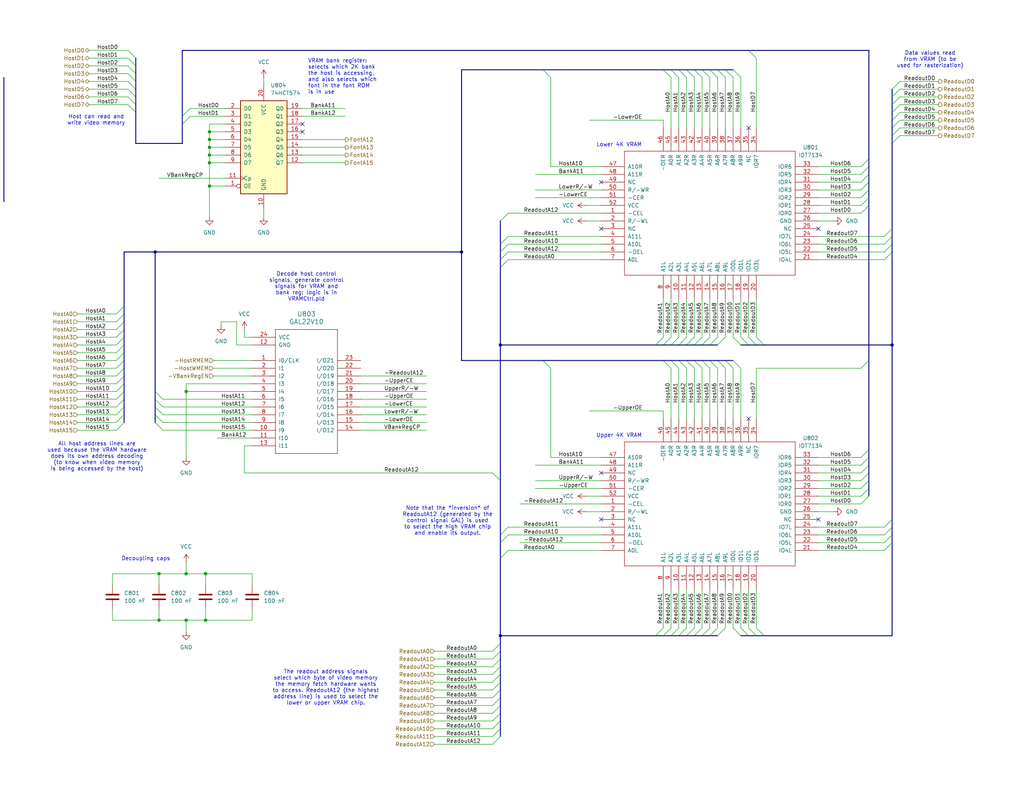
<source format=kicad_sch>
(kicad_sch (version 20231120) (generator "eeschema") (generator_version "8.0")
  (paper "User" 335.28 259.08)
  (title_block (title "VRAM") (company "daveho hacks"))
  (lib_symbols
    (symbol "74xx:74LS574" (pin_names (offset 1.016))
      (property "Reference" "U" (at -7.62 16.51 0))
      (property "Value" "74LS574" (at -7.62 -16.51 0))
      (symbol "74LS574_1_0"
        (pin input inverted (at -12.7 -12.7 0) (length 5.08) (name "OE") (number "1"))
        (pin power_in line (at 0 -20.32 90) (length 5.08) (name "GND") (number "10"))
        (pin input clock (at -12.7 -10.16 0) (length 5.08) (name "Cp") (number "11"))
        (pin tri_state line (at 12.7 -5.08 180) (length 5.08) (name "Q7") (number "12"))
        (pin tri_state line (at 12.7 -2.54 180) (length 5.08) (name "Q6") (number "13"))
        (pin tri_state line (at 12.7 0 180) (length 5.08) (name "Q5") (number "14"))
        (pin tri_state line (at 12.7 2.54 180) (length 5.08) (name "Q4") (number "15"))
        (pin tri_state line (at 12.7 5.08 180) (length 5.08) (name "Q3") (number "16"))
        (pin tri_state line (at 12.7 7.62 180) (length 5.08) (name "Q2") (number "17"))
        (pin tri_state line (at 12.7 10.16 180) (length 5.08) (name "Q1") (number "18"))
        (pin tri_state line (at 12.7 12.7 180) (length 5.08) (name "Q0") (number "19"))
        (pin input line (at -12.7 12.7 0) (length 5.08) (name "D0") (number "2"))
        (pin power_in line (at 0 20.32 270) (length 5.08) (name "VCC") (number "20"))
        (pin input line (at -12.7 10.16 0) (length 5.08) (name "D1") (number "3"))
        (pin input line (at -12.7 7.62 0) (length 5.08) (name "D2") (number "4"))
        (pin input line (at -12.7 5.08 0) (length 5.08) (name "D3") (number "5"))
        (pin input line (at -12.7 2.54 0) (length 5.08) (name "D4") (number "6"))
        (pin input line (at -12.7 0 0) (length 5.08) (name "D5") (number "7"))
        (pin input line (at -12.7 -2.54 0) (length 5.08) (name "D6") (number "8"))
        (pin input line (at -12.7 -5.08 0) (length 5.08) (name "D7") (number "9"))
      )
    )
    (symbol "Device:C" (pin_numbers hide) (pin_names (offset 0.254))
      (property "Reference" "C" (at 0.635 2.54 0))
      (property "Value" "C" (at 0.635 -2.54 0))
      (symbol "C_1_1"
        (pin passive line (at 0 3.81 270) (length 2.794) (name "~") (number "1"))
        (pin passive line (at 0 -3.81 90) (length 2.794) (name "~") (number "2"))
      )
    )
    (symbol "GND_1" (power) (pin_numbers hide) (pin_names (offset 0) hide)
      (property "Value" "GND" (at 0 -3.81 0))
      (symbol "GND_1_1_1"
        (pin power_in line (at 0 0 270) (length 0) (name "~") (number "1"))
      )
    )
    (symbol "IDT7134:IDT7134" (pin_names (offset 1.016))
      (property "Reference" "U" (at 0 -2.54 0))
      (property "Value" "IDT7134" (at 0 2.54 0))
      (symbol "IDT7134_1_1"
        (pin input line (at -35.56 0 0) (length 7.62) (name "-CEL") (number "1"))
        (pin input line (at -10.16 -27.94 90) (length 7.62) (name "A3L") (number "10"))
        (pin input line (at -7.62 -27.94 90) (length 7.62) (name "A4L") (number "11"))
        (pin input line (at -5.08 -27.94 90) (length 7.62) (name "A5L") (number "12"))
        (pin input line (at -2.54 -27.94 90) (length 7.62) (name "A6L") (number "13"))
        (pin input line (at 0 -27.94 90) (length 7.62) (name "A7L") (number "14"))
        (pin input line (at 2.54 -27.94 90) (length 7.62) (name "A8L") (number "15"))
        (pin input line (at 5.08 -27.94 90) (length 7.62) (name "A9L") (number "16"))
        (pin bidirectional line (at 7.62 -27.94 90) (length 7.62) (name "IO0L") (number "17"))
        (pin bidirectional line (at 10.16 -27.94 90) (length 7.62) (name "IO1L") (number "18"))
        (pin bidirectional line (at 12.7 -27.94 90) (length 7.62) (name "IO2L") (number "19"))
        (pin input line (at -35.56 -2.54 0) (length 7.62) (name "R/-WL") (number "2"))
        (pin bidirectional line (at 15.24 -27.94 90) (length 7.62) (name "IO3L") (number "20"))
        (pin bidirectional line (at 35.56 -15.24 180) (length 7.62) (name "IO4L") (number "21"))
        (pin bidirectional line (at 35.56 -12.7 180) (length 7.62) (name "IO5L") (number "22"))
        (pin bidirectional line (at 35.56 -10.16 180) (length 7.62) (name "IO6L") (number "23"))
        (pin bidirectional line (at 35.56 -7.62 180) (length 7.62) (name "IO7L") (number "24"))
        (pin unspecified line (at 35.56 -5.08 180) (length 7.62) (name "NC") (number "25"))
        (pin power_in line (at 35.56 -2.54 180) (length 7.62) (name "GND") (number "26"))
        (pin bidirectional line (at 35.56 0 180) (length 7.62) (name "IOR0") (number "27"))
        (pin bidirectional line (at 35.56 2.54 180) (length 7.62) (name "IOR1") (number "28"))
        (pin bidirectional line (at 35.56 5.08 180) (length 7.62) (name "IOR2") (number "29"))
        (pin unspecified line (at -35.56 -5.08 0) (length 7.62) (name "NC") (number "3"))
        (pin bidirectional line (at 35.56 7.62 180) (length 7.62) (name "IOR3") (number "30"))
        (pin bidirectional line (at 35.56 10.16 180) (length 7.62) (name "IOR4") (number "31"))
        (pin bidirectional line (at 35.56 12.7 180) (length 7.62) (name "IOR5") (number "32"))
        (pin bidirectional line (at 35.56 15.24 180) (length 7.62) (name "IOR6") (number "33"))
        (pin bidirectional line (at 15.24 27.94 270) (length 7.62) (name "IOR7") (number "34"))
        (pin unspecified line (at 12.7 27.94 270) (length 7.62) (name "NC") (number "35"))
        (pin input line (at 10.16 27.94 270) (length 7.62) (name "A9R") (number "36"))
        (pin input line (at 7.62 27.94 270) (length 7.62) (name "A8R") (number "37"))
        (pin input line (at 5.08 27.94 270) (length 7.62) (name "A7R") (number "38"))
        (pin input line (at 2.54 27.94 270) (length 7.62) (name "A6R") (number "39"))
        (pin input line (at -35.56 -7.62 0) (length 7.62) (name "A11L") (number "4"))
        (pin input line (at 0 27.94 270) (length 7.62) (name "A5R") (number "40"))
        (pin input line (at -2.54 27.94 270) (length 7.62) (name "A4R") (number "41"))
        (pin input line (at -5.08 27.94 270) (length 7.62) (name "A3R") (number "42"))
        (pin input line (at -7.62 27.94 270) (length 7.62) (name "A2R") (number "43"))
        (pin input line (at -10.16 27.94 270) (length 7.62) (name "A1R") (number "44"))
        (pin input line (at -12.7 27.94 270) (length 7.62) (name "A0R") (number "45"))
        (pin input line (at -15.24 27.94 270) (length 7.62) (name "-OER") (number "46"))
        (pin input line (at -35.56 15.24 0) (length 7.62) (name "A10R") (number "47"))
        (pin input line (at -35.56 12.7 0) (length 7.62) (name "A11R") (number "48"))
        (pin unspecified line (at -35.56 10.16 0) (length 7.62) (name "NC") (number "49"))
        (pin input line (at -35.56 -10.16 0) (length 7.62) (name "A10L") (number "5"))
        (pin input line (at -35.56 7.62 0) (length 7.62) (name "R/-WR") (number "50"))
        (pin input line (at -35.56 5.08 0) (length 7.62) (name "-CER") (number "51"))
        (pin power_in line (at -35.56 2.54 0) (length 7.62) (name "VCC") (number "52"))
        (pin input line (at -35.56 -12.7 0) (length 7.62) (name "-OEL") (number "6"))
        (pin input line (at -35.56 -15.24 0) (length 7.62) (name "A0L") (number "7"))
        (pin input line (at -15.24 -27.94 90) (length 7.62) (name "A1L") (number "8"))
        (pin input line (at -12.7 -27.94 90) (length 7.62) (name "A2L") (number "9"))
      )
    )
    (symbol "VCC_1" (power) (pin_numbers hide) (pin_names (offset 0) hide)
      (property "Value" "VCC" (at 0 3.556 0))
      (symbol "VCC_1_1_1"
        (pin power_in line (at 0 0 90) (length 0) (name "~") (number "1"))
      )
    )
    (symbol "power:GND" (power) (pin_numbers hide) (pin_names (offset 0) hide)
      (property "Value" "GND" (at 0 -3.81 0))
      (symbol "GND_1_1"
        (pin power_in line (at 0 0 270) (length 0) (name "~") (number "1"))
      )
    )
    (symbol "power:VCC" (power) (pin_numbers hide) (pin_names (offset 0) hide)
      (property "Value" "VCC" (at 0 3.556 0))
      (symbol "VCC_1_1"
        (pin power_in line (at 0 0 90) (length 0) (name "~") (number "1"))
      )
    )
    (symbol "ya68k:GAL22V10" (pin_names (offset 1.016))
      (property "Reference" "U" (at -1.27 20.32 0))
      (property "Value" "GAL22V10" (at 0 -24.13 0))
      (symbol "GAL22V10_1_1"
        (pin input line (at -17.78 8.89 0) (length 7.62) (name "I0/CLK") (number "1"))
        (pin input line (at -17.78 -13.97 0) (length 7.62) (name "I9") (number "10"))
        (pin input line (at -17.78 -16.51 0) (length 7.62) (name "I10") (number "11"))
        (pin power_in line (at -17.78 13.97 0) (length 7.62) (name "GND") (number "12"))
        (pin input line (at -17.78 -19.05 0) (length 7.62) (name "I11") (number "13"))
        (pin bidirectional line (at 17.78 -13.97 180) (length 7.62) (name "I/O12") (number "14"))
        (pin bidirectional line (at 17.78 -11.43 180) (length 7.62) (name "I/O13") (number "15"))
        (pin bidirectional line (at 17.78 -8.89 180) (length 7.62) (name "I/O14") (number "16"))
        (pin bidirectional line (at 17.78 -6.35 180) (length 7.62) (name "I/O15") (number "17"))
        (pin bidirectional line (at 17.78 -3.81 180) (length 7.62) (name "I/O16") (number "18"))
        (pin bidirectional line (at 17.78 -1.27 180) (length 7.62) (name "I/O17") (number "19"))
        (pin input line (at -17.78 6.35 0) (length 7.62) (name "I1") (number "2"))
        (pin bidirectional line (at 17.78 1.27 180) (length 7.62) (name "I/O18") (number "20"))
        (pin bidirectional line (at 17.78 3.81 180) (length 7.62) (name "I/O19") (number "21"))
        (pin bidirectional line (at 17.78 6.35 180) (length 7.62) (name "I/O20") (number "22"))
        (pin bidirectional line (at 17.78 8.89 180) (length 7.62) (name "I/O21") (number "23"))
        (pin power_in line (at -17.78 16.51 0) (length 7.62) (name "VCC") (number "24"))
        (pin input line (at -17.78 3.81 0) (length 7.62) (name "I2") (number "3"))
        (pin input line (at -17.78 1.27 0) (length 7.62) (name "I3") (number "4"))
        (pin input line (at -17.78 -1.27 0) (length 7.62) (name "I4") (number "5"))
        (pin input line (at -17.78 -3.81 0) (length 7.62) (name "I5") (number "6"))
        (pin input line (at -17.78 -6.35 0) (length 7.62) (name "I6") (number "7"))
        (pin input line (at -17.78 -8.89 0) (length 7.62) (name "I7") (number "8"))
        (pin input line (at -17.78 -11.43 0) (length 7.62) (name "I8") (number "9"))
      )
    )
  )
  (junction (at 52.07 203.2))
  (junction (at 68.58 53.34))
  (junction (at 52.07 187.96))
  (junction (at 68.58 48.26))
  (junction (at 67.31 203.2))
  (junction (at 60.96 128.27))
  (junction (at 60.96 203.2))
  (junction (at 163.83 208.28))
  (junction (at 151.13 82.55))
  (junction (at 68.58 60.96))
  (junction (at 50.8 82.55))
  (junction (at 68.58 50.8))
  (junction (at 68.58 43.18))
  (junction (at 60.96 187.96))
  (junction (at 292.1 113.03))
  (junction (at 68.58 45.72))
  (junction (at 163.83 113.03))
  (junction (at 67.31 187.96))
  (no_connect (at 196.85 170.18))
  (no_connect (at 267.97 170.18))
  (no_connect (at 99.06 40.64))
  (no_connect (at 245.11 41.91))
  (no_connect (at 99.06 43.18))
  (no_connect (at 196.85 74.93))
  (no_connect (at 245.11 137.16))
  (no_connect (at 196.85 154.94))
  (no_connect (at 196.85 59.69))
  (no_connect (at 267.97 74.93))
  (bus_entry (at 50.8 133.35) (size 2.54 2.54))
  (bus_entry (at 229.87 208.28) (size 2.54 -2.54))
  (bus_entry (at 234.95 22.86) (size 2.54 2.54))
  (bus_entry (at 281.94 157.48) (size 2.54 -2.54))
  (bus_entry (at 38.1 133.35) (size 2.54 -2.54))
  (bus_entry (at 237.49 22.86) (size 2.54 2.54))
  (bus_entry (at 163.83 182.88) (size 2.54 -2.54))
  (bus_entry (at 237.49 118.11) (size 2.54 2.54))
  (bus_entry (at 292.1 36.83) (size 2.54 -2.54))
  (bus_entry (at 217.17 118.11) (size 2.54 2.54))
  (bus_entry (at 163.83 87.63) (size 2.54 -2.54))
  (bus_entry (at 217.17 22.86) (size 2.54 2.54))
  (bus_entry (at 161.29 213.36) (size 2.54 -2.54))
  (bus_entry (at 163.83 82.55) (size 2.54 -2.54))
  (bus_entry (at 289.56 177.8) (size 2.54 -2.54))
  (bus_entry (at 38.1 107.95) (size 2.54 -2.54))
  (bus_entry (at 161.29 233.68) (size 2.54 -2.54))
  (bus_entry (at 245.11 110.49) (size 2.54 2.54))
  (bus_entry (at 50.8 138.43) (size 2.54 2.54))
  (bus_entry (at 292.1 46.99) (size 2.54 -2.54))
  (bus_entry (at 59.69 40.64) (size 2.54 -2.54))
  (bus_entry (at 292.1 34.29) (size 2.54 -2.54))
  (bus_entry (at 224.79 118.11) (size 2.54 2.54))
  (bus_entry (at 292.1 44.45) (size 2.54 -2.54))
  (bus_entry (at 281.94 154.94) (size 2.54 -2.54))
  (bus_entry (at 229.87 113.03) (size 2.54 -2.54))
  (bus_entry (at 289.56 172.72) (size 2.54 -2.54))
  (bus_entry (at 227.33 22.86) (size 2.54 2.54))
  (bus_entry (at 281.94 69.85) (size 2.54 -2.54))
  (bus_entry (at 219.71 113.03) (size 2.54 -2.54))
  (bus_entry (at 214.63 208.28) (size 2.54 -2.54))
  (bus_entry (at 227.33 208.28) (size 2.54 -2.54))
  (bus_entry (at 50.8 130.81) (size 2.54 2.54))
  (bus_entry (at 222.25 113.03) (size 2.54 -2.54))
  (bus_entry (at 38.1 138.43) (size 2.54 -2.54))
  (bus_entry (at 281.94 152.4) (size 2.54 -2.54))
  (bus_entry (at 38.1 113.03) (size 2.54 -2.54))
  (bus_entry (at 38.1 105.41) (size 2.54 -2.54))
  (bus_entry (at 38.1 128.27) (size 2.54 -2.54))
  (bus_entry (at 161.29 238.76) (size 2.54 -2.54))
  (bus_entry (at 222.25 118.11) (size 2.54 2.54))
  (bus_entry (at 281.94 149.86) (size 2.54 -2.54))
  (bus_entry (at 229.87 22.86) (size 2.54 2.54))
  (bus_entry (at 281.94 62.23) (size 2.54 -2.54))
  (bus_entry (at 217.17 113.03) (size 2.54 -2.54))
  (bus_entry (at 163.83 80.01) (size 2.54 -2.54))
  (bus_entry (at 161.29 231.14) (size 2.54 -2.54))
  (bus_entry (at 38.1 110.49) (size 2.54 -2.54))
  (bus_entry (at 161.29 223.52) (size 2.54 -2.54))
  (bus_entry (at 292.1 41.91) (size 2.54 -2.54))
  (bus_entry (at 232.41 113.03) (size 2.54 -2.54))
  (bus_entry (at 247.65 110.49) (size 2.54 2.54))
  (bus_entry (at 289.56 180.34) (size 2.54 -2.54))
  (bus_entry (at 289.56 85.09) (size 2.54 -2.54))
  (bus_entry (at 224.79 113.03) (size 2.54 -2.54))
  (bus_entry (at 234.95 208.28) (size 2.54 -2.54))
  (bus_entry (at 292.1 31.75) (size 2.54 -2.54))
  (bus_entry (at 232.41 118.11) (size 2.54 2.54))
  (bus_entry (at 41.91 24.13) (size 2.54 2.54))
  (bus_entry (at 240.03 22.86) (size 2.54 2.54))
  (bus_entry (at 50.8 135.89) (size 2.54 2.54))
  (bus_entry (at 222.25 208.28) (size 2.54 -2.54))
  (bus_entry (at 177.8 22.86) (size 2.54 2.54))
  (bus_entry (at 161.29 243.84) (size 2.54 -2.54))
  (bus_entry (at 245.11 16.51) (size 2.54 2.54))
  (bus_entry (at 41.91 31.75) (size 2.54 2.54))
  (bus_entry (at 161.29 154.94) (size 2.54 2.54))
  (bus_entry (at 247.65 205.74) (size 2.54 2.54))
  (bus_entry (at 289.56 175.26) (size 2.54 -2.54))
  (bus_entry (at 161.29 241.3) (size 2.54 -2.54))
  (bus_entry (at 41.91 29.21) (size 2.54 2.54))
  (bus_entry (at 38.1 118.11) (size 2.54 -2.54))
  (bus_entry (at 38.1 135.89) (size 2.54 -2.54))
  (bus_entry (at 234.95 118.11) (size 2.54 2.54))
  (bus_entry (at 163.83 85.09) (size 2.54 -2.54))
  (bus_entry (at 242.57 205.74) (size 2.54 2.54))
  (bus_entry (at 232.41 208.28) (size 2.54 -2.54))
  (bus_entry (at 219.71 118.11) (size 2.54 2.54))
  (bus_entry (at 41.91 34.29) (size 2.54 2.54))
  (bus_entry (at 240.03 118.11) (size 2.54 2.54))
  (bus_entry (at 41.91 21.59) (size 2.54 2.54))
  (bus_entry (at 281.94 162.56) (size 2.54 -2.54))
  (bus_entry (at 224.79 22.86) (size 2.54 2.54))
  (bus_entry (at 240.03 110.49) (size 2.54 2.54))
  (bus_entry (at 227.33 118.11) (size 2.54 2.54))
  (bus_entry (at 41.91 26.67) (size 2.54 2.54))
  (bus_entry (at 38.1 115.57) (size 2.54 -2.54))
  (bus_entry (at 281.94 67.31) (size 2.54 -2.54))
  (bus_entry (at 214.63 113.03) (size 2.54 -2.54))
  (bus_entry (at 229.87 118.11) (size 2.54 2.54))
  (bus_entry (at 289.56 80.01) (size 2.54 -2.54))
  (bus_entry (at 38.1 125.73) (size 2.54 -2.54))
  (bus_entry (at 292.1 39.37) (size 2.54 -2.54))
  (bus_entry (at 177.8 118.11) (size 2.54 2.54))
  (bus_entry (at 224.79 208.28) (size 2.54 -2.54))
  (bus_entry (at 38.1 140.97) (size 2.54 -2.54))
  (bus_entry (at 281.94 160.02) (size 2.54 -2.54))
  (bus_entry (at 163.83 177.8) (size 2.54 -2.54))
  (bus_entry (at 161.29 226.06) (size 2.54 -2.54))
  (bus_entry (at 281.94 57.15) (size 2.54 -2.54))
  (bus_entry (at 289.56 77.47) (size 2.54 -2.54))
  (bus_entry (at 38.1 120.65) (size 2.54 -2.54))
  (bus_entry (at 234.95 113.03) (size 2.54 -2.54))
  (bus_entry (at 219.71 22.86) (size 2.54 2.54))
  (bus_entry (at 161.29 236.22) (size 2.54 -2.54))
  (bus_entry (at 289.56 82.55) (size 2.54 -2.54))
  (bus_entry (at 281.94 54.61) (size 2.54 -2.54))
  (bus_entry (at 281.94 59.69) (size 2.54 -2.54))
  (bus_entry (at 240.03 205.74) (size 2.54 2.54))
  (bus_entry (at 161.29 215.9) (size 2.54 -2.54))
  (bus_entry (at 38.1 130.81) (size 2.54 -2.54))
  (bus_entry (at 227.33 113.03) (size 2.54 -2.54))
  (bus_entry (at 219.71 208.28) (size 2.54 -2.54))
  (bus_entry (at 163.83 72.39) (size 2.54 -2.54))
  (bus_entry (at 163.83 175.26) (size 2.54 -2.54))
  (bus_entry (at 161.29 220.98) (size 2.54 -2.54))
  (bus_entry (at 38.1 123.19) (size 2.54 -2.54))
  (bus_entry (at 217.17 208.28) (size 2.54 -2.54))
  (bus_entry (at 245.11 205.74) (size 2.54 2.54))
  (bus_entry (at 281.94 64.77) (size 2.54 -2.54))
  (bus_entry (at 242.57 110.49) (size 2.54 2.54))
  (bus_entry (at 232.41 22.86) (size 2.54 2.54))
  (bus_entry (at 161.29 218.44) (size 2.54 -2.54))
  (bus_entry (at 281.94 120.65) (size 2.54 -2.54))
  (bus_entry (at 50.8 128.27) (size 2.54 2.54))
  (bus_entry (at 161.29 228.6) (size 2.54 -2.54))
  (bus_entry (at 59.69 38.1) (size 2.54 -2.54))
  (bus_entry (at 281.94 165.1) (size 2.54 -2.54))
  (bus_entry (at 38.1 102.87) (size 2.54 -2.54))
  (bus_entry (at 222.25 22.86) (size 2.54 2.54))
  (bus_entry (at 41.91 19.05) (size 2.54 2.54))
  (bus_entry (at 292.1 29.21) (size 2.54 -2.54))
  (bus_entry (at 41.91 16.51) (size 2.54 2.54))
  (bus (pts (xy 163.83 236.22) (xy 163.83 238.76)))
  (wire (pts (xy 52.07 187.96) (xy 60.96 187.96)))
  (wire (pts (xy 237.49 137.16) (xy 237.49 120.65)))
  (wire (pts (xy 247.65 205.74) (xy 247.65 193.04)))
  (bus (pts (xy 250.19 113.03) (xy 292.1 113.03)))
  (wire (pts (xy 237.49 41.91) (xy 237.49 25.4)))
  (bus (pts (xy 40.64 135.89) (xy 40.64 133.35)))
  (bus (pts (xy 284.48 54.61) (xy 284.48 57.15)))
  (wire (pts (xy 267.97 172.72) (xy 289.56 172.72)))
  (wire (pts (xy 60.96 184.15) (xy 60.96 187.96)))
  (wire (pts (xy 219.71 205.74) (xy 219.71 193.04)))
  (wire (pts (xy 142.24 243.84) (xy 161.29 243.84)))
  (wire (pts (xy 240.03 205.74) (xy 240.03 193.04)))
  (wire (pts (xy 267.97 162.56) (xy 281.94 162.56)))
  (bus (pts (xy 284.48 16.51) (xy 284.48 52.07)))
  (bus (pts (xy 219.71 208.28) (xy 222.25 208.28)))
  (bus (pts (xy 284.48 157.48) (xy 284.48 160.02)))
  (wire (pts (xy 267.97 177.8) (xy 289.56 177.8)))
  (bus (pts (xy 40.64 110.49) (xy 40.64 107.95)))
  (wire (pts (xy 80.01 107.95) (xy 80.01 110.49)))
  (bus (pts (xy 292.1 41.91) (xy 292.1 44.45)))
  (wire (pts (xy 86.36 68.58) (xy 86.36 71.12)))
  (wire (pts (xy 142.24 220.98) (xy 161.29 220.98)))
  (bus (pts (xy 232.41 113.03) (xy 234.95 113.03)))
  (wire (pts (xy 224.79 110.49) (xy 224.79 97.79)))
  (wire (pts (xy 142.24 226.06) (xy 161.29 226.06)))
  (wire (pts (xy 60.96 203.2) (xy 60.96 207.01)))
  (wire (pts (xy 267.97 149.86) (xy 281.94 149.86)))
  (wire (pts (xy 52.07 187.96) (xy 52.07 191.77)))
  (wire (pts (xy 267.97 69.85) (xy 281.94 69.85)))
  (wire (pts (xy 217.17 205.74) (xy 217.17 193.04)))
  (wire (pts (xy 175.26 62.23) (xy 196.85 62.23)))
  (bus (pts (xy 163.83 220.98) (xy 163.83 223.52)))
  (wire (pts (xy 68.58 40.64) (xy 68.58 43.18)))
  (wire (pts (xy 142.24 238.76) (xy 161.29 238.76)))
  (wire (pts (xy 86.36 25.4) (xy 86.36 27.94)))
  (bus (pts (xy 44.45 26.67) (xy 44.45 29.21)))
  (wire (pts (xy 25.4 120.65) (xy 38.1 120.65)))
  (wire (pts (xy 234.95 137.16) (xy 234.95 120.65)))
  (wire (pts (xy 80.01 154.94) (xy 161.29 154.94)))
  (wire (pts (xy 25.4 130.81) (xy 38.1 130.81)))
  (wire (pts (xy 229.87 205.74) (xy 229.87 193.04)))
  (wire (pts (xy 118.11 130.81) (xy 139.7 130.81)))
  (bus (pts (xy 163.83 213.36) (xy 163.83 215.9)))
  (bus (pts (xy 44.45 46.99) (xy 59.69 46.99)))
  (bus (pts (xy 40.64 100.33) (xy 40.64 82.55)))
  (bus (pts (xy 232.41 118.11) (xy 234.95 118.11)))
  (bus (pts (xy 227.33 208.28) (xy 229.87 208.28)))
  (wire (pts (xy 222.25 41.91) (xy 222.25 25.4)))
  (bus (pts (xy 284.48 52.07) (xy 284.48 54.61)))
  (wire (pts (xy 166.37 77.47) (xy 196.85 77.47)))
  (wire (pts (xy 25.4 113.03) (xy 38.1 113.03)))
  (bus (pts (xy 245.11 113.03) (xy 247.65 113.03)))
  (wire (pts (xy 224.79 41.91) (xy 224.79 25.4)))
  (bus (pts (xy 163.83 85.09) (xy 163.83 87.63)))
  (wire (pts (xy 25.4 123.19) (xy 38.1 123.19)))
  (wire (pts (xy 219.71 41.91) (xy 219.71 25.4)))
  (bus (pts (xy 163.83 228.6) (xy 163.83 231.14)))
  (bus (pts (xy 59.69 16.51) (xy 245.11 16.51)))
  (wire (pts (xy 294.64 29.21) (xy 307.34 29.21)))
  (wire (pts (xy 118.11 123.19) (xy 139.7 123.19)))
  (wire (pts (xy 267.97 80.01) (xy 289.56 80.01)))
  (bus (pts (xy 40.64 123.19) (xy 40.64 120.65)))
  (bus (pts (xy 292.1 82.55) (xy 292.1 113.03)))
  (wire (pts (xy 175.26 157.48) (xy 196.85 157.48)))
  (bus (pts (xy 292.1 39.37) (xy 292.1 41.91)))
  (wire (pts (xy 222.25 110.49) (xy 222.25 97.79)))
  (wire (pts (xy 25.4 135.89) (xy 38.1 135.89)))
  (wire (pts (xy 68.58 45.72) (xy 73.66 45.72)))
  (wire (pts (xy 29.21 31.75) (xy 41.91 31.75)))
  (bus (pts (xy 292.1 36.83) (xy 292.1 39.37)))
  (bus (pts (xy 163.83 238.76) (xy 163.83 241.3)))
  (wire (pts (xy 267.97 59.69) (xy 281.94 59.69)))
  (wire (pts (xy 82.55 203.2) (xy 82.55 199.39)))
  (wire (pts (xy 118.11 135.89) (xy 139.7 135.89)))
  (wire (pts (xy 191.77 167.64) (xy 196.85 167.64)))
  (wire (pts (xy 29.21 29.21) (xy 41.91 29.21)))
  (wire (pts (xy 180.34 149.86) (xy 196.85 149.86)))
  (bus (pts (xy 292.1 31.75) (xy 292.1 34.29)))
  (wire (pts (xy 25.4 140.97) (xy 38.1 140.97)))
  (wire (pts (xy 232.41 205.74) (xy 232.41 193.04)))
  (wire (pts (xy 222.25 137.16) (xy 222.25 120.65)))
  (bus (pts (xy 151.13 22.86) (xy 177.8 22.86)))
  (bus (pts (xy 232.41 22.86) (xy 234.95 22.86)))
  (wire (pts (xy 240.03 41.91) (xy 240.03 25.4)))
  (wire (pts (xy 180.34 120.65) (xy 180.34 149.86)))
  (bus (pts (xy 163.83 113.03) (xy 163.83 157.48)))
  (wire (pts (xy 142.24 231.14) (xy 161.29 231.14)))
  (bus (pts (xy 50.8 130.81) (xy 50.8 133.35)))
  (wire (pts (xy 237.49 110.49) (xy 237.49 97.79)))
  (bus (pts (xy 50.8 128.27) (xy 50.8 130.81)))
  (wire (pts (xy 142.24 223.52) (xy 161.29 223.52)))
  (wire (pts (xy 25.4 102.87) (xy 38.1 102.87)))
  (wire (pts (xy 180.34 25.4) (xy 180.34 54.61)))
  (wire (pts (xy 142.24 233.68) (xy 161.29 233.68)))
  (bus (pts (xy 227.33 118.11) (xy 229.87 118.11)))
  (bus (pts (xy 44.45 19.05) (xy 44.45 21.59)))
  (bus (pts (xy 284.48 152.4) (xy 284.48 154.94)))
  (wire (pts (xy 224.79 205.74) (xy 224.79 193.04)))
  (wire (pts (xy 142.24 215.9) (xy 161.29 215.9)))
  (wire (pts (xy 267.97 57.15) (xy 281.94 57.15)))
  (bus (pts (xy 59.69 40.64) (xy 59.69 46.99)))
  (wire (pts (xy 294.64 44.45) (xy 307.34 44.45)))
  (wire (pts (xy 29.21 34.29) (xy 41.91 34.29)))
  (wire (pts (xy 267.97 167.64) (xy 273.05 167.64)))
  (bus (pts (xy 222.25 22.86) (xy 224.79 22.86)))
  (bus (pts (xy 44.45 21.59) (xy 44.45 24.13)))
  (wire (pts (xy 267.97 62.23) (xy 281.94 62.23)))
  (bus (pts (xy 222.25 118.11) (xy 224.79 118.11)))
  (bus (pts (xy 40.64 125.73) (xy 40.64 123.19)))
  (wire (pts (xy 99.06 50.8) (xy 113.03 50.8)))
  (wire (pts (xy 77.47 113.03) (xy 82.55 113.03)))
  (wire (pts (xy 62.23 35.56) (xy 73.66 35.56)))
  (bus (pts (xy 44.45 31.75) (xy 44.45 34.29)))
  (wire (pts (xy 240.03 137.16) (xy 240.03 120.65)))
  (bus (pts (xy 40.64 133.35) (xy 40.64 130.81)))
  (wire (pts (xy 99.06 53.34) (xy 113.03 53.34)))
  (bus (pts (xy 224.79 118.11) (xy 227.33 118.11)))
  (wire (pts (xy 68.58 60.96) (xy 68.58 71.12)))
  (bus (pts (xy 284.48 59.69) (xy 284.48 62.23)))
  (bus (pts (xy 250.19 208.28) (xy 292.1 208.28)))
  (wire (pts (xy 191.77 162.56) (xy 196.85 162.56)))
  (wire (pts (xy 60.96 125.73) (xy 60.96 128.27)))
  (wire (pts (xy 242.57 41.91) (xy 242.57 25.4)))
  (wire (pts (xy 294.64 39.37) (xy 307.34 39.37)))
  (wire (pts (xy 25.4 133.35) (xy 38.1 133.35)))
  (bus (pts (xy 229.87 118.11) (xy 232.41 118.11)))
  (wire (pts (xy 234.95 205.74) (xy 234.95 193.04)))
  (bus (pts (xy 40.64 120.65) (xy 40.64 118.11)))
  (bus (pts (xy 292.1 46.99) (xy 292.1 74.93)))
  (wire (pts (xy 267.97 72.39) (xy 273.05 72.39)))
  (wire (pts (xy 60.96 187.96) (xy 67.31 187.96)))
  (wire (pts (xy 60.96 128.27) (xy 60.96 149.86)))
  (wire (pts (xy 242.57 110.49) (xy 242.57 97.79)))
  (bus (pts (xy 292.1 170.18) (xy 292.1 172.72)))
  (bus (pts (xy 50.8 135.89) (xy 50.8 138.43)))
  (bus (pts (xy 40.64 113.03) (xy 40.64 110.49)))
  (bus (pts (xy 234.95 22.86) (xy 237.49 22.86)))
  (wire (pts (xy 53.34 130.81) (xy 82.55 130.81)))
  (wire (pts (xy 53.34 135.89) (xy 82.55 135.89)))
  (wire (pts (xy 62.23 38.1) (xy 73.66 38.1)))
  (wire (pts (xy 80.01 146.05) (xy 80.01 154.94)))
  (bus (pts (xy 151.13 82.55) (xy 151.13 22.86)))
  (wire (pts (xy 29.21 26.67) (xy 41.91 26.67)))
  (wire (pts (xy 193.04 134.62) (xy 217.17 134.62)))
  (wire (pts (xy 166.37 175.26) (xy 196.85 175.26)))
  (wire (pts (xy 237.49 205.74) (xy 237.49 193.04)))
  (wire (pts (xy 53.34 138.43) (xy 82.55 138.43)))
  (wire (pts (xy 247.65 19.05) (xy 247.65 41.91)))
  (bus (pts (xy 224.79 22.86) (xy 227.33 22.86)))
  (wire (pts (xy 67.31 187.96) (xy 82.55 187.96)))
  (wire (pts (xy 267.97 154.94) (xy 281.94 154.94)))
  (wire (pts (xy 29.21 24.13) (xy 41.91 24.13)))
  (wire (pts (xy 68.58 48.26) (xy 68.58 50.8)))
  (wire (pts (xy 166.37 69.85) (xy 196.85 69.85)))
  (wire (pts (xy 36.83 203.2) (xy 52.07 203.2)))
  (wire (pts (xy 227.33 41.91) (xy 227.33 25.4)))
  (bus (pts (xy 222.25 113.03) (xy 224.79 113.03)))
  (bus (pts (xy 237.49 22.86) (xy 240.03 22.86)))
  (wire (pts (xy 68.58 53.34) (xy 68.58 60.96)))
  (bus (pts (xy 40.64 118.11) (xy 40.64 115.57)))
  (wire (pts (xy 25.4 125.73) (xy 38.1 125.73)))
  (wire (pts (xy 247.65 110.49) (xy 247.65 97.79)))
  (bus (pts (xy 217.17 118.11) (xy 219.71 118.11)))
  (bus (pts (xy 229.87 113.03) (xy 232.41 113.03)))
  (wire (pts (xy 267.97 160.02) (xy 281.94 160.02)))
  (wire (pts (xy 53.34 133.35) (xy 82.55 133.35)))
  (wire (pts (xy 25.4 138.43) (xy 38.1 138.43)))
  (wire (pts (xy 229.87 41.91) (xy 229.87 25.4)))
  (wire (pts (xy 82.55 187.96) (xy 82.55 191.77)))
  (wire (pts (xy 267.97 54.61) (xy 281.94 54.61)))
  (wire (pts (xy 242.57 205.74) (xy 242.57 193.04)))
  (wire (pts (xy 166.37 82.55) (xy 196.85 82.55)))
  (bus (pts (xy 59.69 38.1) (xy 59.69 16.51)))
  (wire (pts (xy 180.34 54.61) (xy 196.85 54.61)))
  (wire (pts (xy 99.06 45.72) (xy 113.03 45.72)))
  (wire (pts (xy 242.57 137.16) (xy 242.57 120.65)))
  (wire (pts (xy 118.11 140.97) (xy 139.7 140.97)))
  (wire (pts (xy 29.21 16.51) (xy 41.91 16.51)))
  (bus (pts (xy 50.8 82.55) (xy 151.13 82.55)))
  (bus (pts (xy 229.87 208.28) (xy 232.41 208.28)))
  (wire (pts (xy 267.97 152.4) (xy 281.94 152.4)))
  (wire (pts (xy 69.85 120.65) (xy 82.55 120.65)))
  (wire (pts (xy 166.37 172.72) (xy 196.85 172.72)))
  (bus (pts (xy 292.1 34.29) (xy 292.1 36.83)))
  (wire (pts (xy 170.18 177.8) (xy 196.85 177.8)))
  (wire (pts (xy 267.97 82.55) (xy 289.56 82.55)))
  (wire (pts (xy 118.11 138.43) (xy 139.7 138.43)))
  (bus (pts (xy 292.1 113.03) (xy 292.1 170.18)))
  (bus (pts (xy 163.83 233.68) (xy 163.83 236.22)))
  (wire (pts (xy 29.21 21.59) (xy 41.91 21.59)))
  (wire (pts (xy 267.97 165.1) (xy 281.94 165.1)))
  (wire (pts (xy 217.17 110.49) (xy 217.17 97.79)))
  (wire (pts (xy 73.66 60.96) (xy 68.58 60.96)))
  (bus (pts (xy 237.49 118.11) (xy 240.03 118.11)))
  (wire (pts (xy 219.71 137.16) (xy 219.71 120.65)))
  (bus (pts (xy 163.83 157.48) (xy 163.83 175.26)))
  (wire (pts (xy 68.58 48.26) (xy 73.66 48.26)))
  (wire (pts (xy 142.24 241.3) (xy 161.29 241.3)))
  (bus (pts (xy 245.11 16.51) (xy 284.48 16.51)))
  (bus (pts (xy 234.95 118.11) (xy 237.49 118.11)))
  (bus (pts (xy 40.64 138.43) (xy 40.64 135.89)))
  (bus (pts (xy 40.64 82.55) (xy 50.8 82.55)))
  (bus (pts (xy 284.48 67.31) (xy 284.48 118.11)))
  (wire (pts (xy 82.55 125.73) (xy 60.96 125.73)))
  (bus (pts (xy 40.64 128.27) (xy 40.64 125.73)))
  (wire (pts (xy 118.11 128.27) (xy 139.7 128.27)))
  (bus (pts (xy 284.48 154.94) (xy 284.48 157.48)))
  (wire (pts (xy 53.34 140.97) (xy 82.55 140.97)))
  (bus (pts (xy 214.63 113.03) (xy 217.17 113.03)))
  (bus (pts (xy 219.71 118.11) (xy 222.25 118.11)))
  (bus (pts (xy 284.48 62.23) (xy 284.48 64.77)))
  (wire (pts (xy 267.97 175.26) (xy 289.56 175.26)))
  (wire (pts (xy 68.58 50.8) (xy 68.58 53.34)))
  (wire (pts (xy 170.18 165.1) (xy 196.85 165.1)))
  (bus (pts (xy 284.48 147.32) (xy 284.48 149.86)))
  (bus (pts (xy 284.48 57.15) (xy 284.48 59.69)))
  (bus (pts (xy 227.33 113.03) (xy 229.87 113.03)))
  (wire (pts (xy 222.25 205.74) (xy 222.25 193.04)))
  (bus (pts (xy 227.33 22.86) (xy 229.87 22.86)))
  (bus (pts (xy 284.48 118.11) (xy 284.48 147.32)))
  (wire (pts (xy 68.58 50.8) (xy 73.66 50.8)))
  (bus (pts (xy 292.1 29.21) (xy 292.1 31.75)))
  (bus (pts (xy 229.87 22.86) (xy 232.41 22.86)))
  (bus (pts (xy 214.63 208.28) (xy 217.17 208.28)))
  (bus (pts (xy 163.83 87.63) (xy 163.83 113.03)))
  (wire (pts (xy 175.26 160.02) (xy 196.85 160.02)))
  (bus (pts (xy 163.83 177.8) (xy 163.83 182.88)))
  (wire (pts (xy 232.41 137.16) (xy 232.41 120.65)))
  (bus (pts (xy 247.65 208.28) (xy 250.19 208.28)))
  (bus (pts (xy 50.8 133.35) (xy 50.8 135.89)))
  (bus (pts (xy 163.83 80.01) (xy 163.83 82.55)))
  (bus (pts (xy 224.79 208.28) (xy 227.33 208.28)))
  (bus (pts (xy 40.64 105.41) (xy 40.64 102.87)))
  (bus (pts (xy 232.41 208.28) (xy 234.95 208.28)))
  (bus (pts (xy 292.1 44.45) (xy 292.1 46.99)))
  (wire (pts (xy 229.87 137.16) (xy 229.87 120.65)))
  (wire (pts (xy 142.24 236.22) (xy 161.29 236.22)))
  (bus (pts (xy 284.48 160.02) (xy 284.48 162.56)))
  (bus (pts (xy 217.17 113.03) (xy 219.71 113.03)))
  (wire (pts (xy 36.83 199.39) (xy 36.83 203.2)))
  (bus (pts (xy 292.1 80.01) (xy 292.1 82.55)))
  (wire (pts (xy 80.01 146.05) (xy 82.55 146.05)))
  (wire (pts (xy 294.64 34.29) (xy 307.34 34.29)))
  (bus (pts (xy 163.83 113.03) (xy 214.63 113.03)))
  (wire (pts (xy 191.77 72.39) (xy 196.85 72.39)))
  (bus (pts (xy 40.64 130.81) (xy 40.64 128.27)))
  (bus (pts (xy 219.71 22.86) (xy 222.25 22.86)))
  (wire (pts (xy 25.4 110.49) (xy 38.1 110.49)))
  (wire (pts (xy 99.06 38.1) (xy 113.03 38.1)))
  (bus (pts (xy 59.69 38.1) (xy 59.69 40.64)))
  (wire (pts (xy 77.47 105.41) (xy 72.39 105.41)))
  (bus (pts (xy 292.1 74.93) (xy 292.1 77.47)))
  (wire (pts (xy 232.41 110.49) (xy 232.41 97.79)))
  (bus (pts (xy 40.64 107.95) (xy 40.64 105.41)))
  (bus (pts (xy 163.83 223.52) (xy 163.83 226.06)))
  (wire (pts (xy 229.87 110.49) (xy 229.87 97.79)))
  (bus (pts (xy 224.79 113.03) (xy 227.33 113.03)))
  (wire (pts (xy 247.65 137.16) (xy 247.65 120.65)))
  (bus (pts (xy 177.8 22.86) (xy 217.17 22.86)))
  (wire (pts (xy 219.71 110.49) (xy 219.71 97.79)))
  (bus (pts (xy 177.8 118.11) (xy 217.17 118.11)))
  (wire (pts (xy 60.96 203.2) (xy 67.31 203.2)))
  (wire (pts (xy 191.77 67.31) (xy 196.85 67.31)))
  (wire (pts (xy 267.97 64.77) (xy 281.94 64.77)))
  (wire (pts (xy 82.55 110.49) (xy 80.01 110.49)))
  (wire (pts (xy 240.03 110.49) (xy 240.03 97.79)))
  (wire (pts (xy 294.64 31.75) (xy 307.34 31.75)))
  (wire (pts (xy 68.58 43.18) (xy 68.58 45.72)))
  (bus (pts (xy 163.83 210.82) (xy 163.83 213.36)))
  (bus (pts (xy 242.57 113.03) (xy 245.11 113.03)))
  (bus (pts (xy 1.27 25.4) (xy 1.27 66.04)))
  (bus (pts (xy 292.1 175.26) (xy 292.1 177.8)))
  (bus (pts (xy 219.71 113.03) (xy 222.25 113.03)))
  (wire (pts (xy 224.79 137.16) (xy 224.79 120.65)))
  (bus (pts (xy 40.64 102.87) (xy 40.64 100.33)))
  (bus (pts (xy 217.17 208.28) (xy 219.71 208.28)))
  (bus (pts (xy 242.57 208.28) (xy 245.11 208.28)))
  (wire (pts (xy 71.12 143.51) (xy 82.55 143.51)))
  (wire (pts (xy 77.47 113.03) (xy 77.47 105.41)))
  (wire (pts (xy 227.33 137.16) (xy 227.33 120.65)))
  (bus (pts (xy 44.45 29.21) (xy 44.45 31.75)))
  (wire (pts (xy 25.4 115.57) (xy 38.1 115.57)))
  (wire (pts (xy 67.31 187.96) (xy 67.31 191.77)))
  (wire (pts (xy 68.58 45.72) (xy 68.58 48.26)))
  (wire (pts (xy 245.11 205.74) (xy 245.11 193.04)))
  (bus (pts (xy 50.8 82.55) (xy 50.8 128.27)))
  (wire (pts (xy 234.95 41.91) (xy 234.95 25.4)))
  (wire (pts (xy 36.83 187.96) (xy 52.07 187.96)))
  (bus (pts (xy 163.83 218.44) (xy 163.83 220.98)))
  (wire (pts (xy 25.4 118.11) (xy 38.1 118.11)))
  (wire (pts (xy 142.24 228.6) (xy 161.29 228.6)))
  (bus (pts (xy 151.13 118.11) (xy 177.8 118.11)))
  (wire (pts (xy 68.58 53.34) (xy 73.66 53.34)))
  (wire (pts (xy 99.06 48.26) (xy 113.03 48.26)))
  (wire (pts (xy 193.04 39.37) (xy 217.17 39.37)))
  (bus (pts (xy 44.45 36.83) (xy 44.45 46.99)))
  (bus (pts (xy 292.1 172.72) (xy 292.1 175.26)))
  (wire (pts (xy 267.97 85.09) (xy 289.56 85.09)))
  (wire (pts (xy 25.4 105.41) (xy 38.1 105.41)))
  (wire (pts (xy 73.66 40.64) (xy 68.58 40.64)))
  (wire (pts (xy 232.41 41.91) (xy 232.41 25.4)))
  (wire (pts (xy 267.97 157.48) (xy 281.94 157.48)))
  (wire (pts (xy 175.26 152.4) (xy 196.85 152.4)))
  (wire (pts (xy 52.07 199.39) (xy 52.07 203.2)))
  (bus (pts (xy 163.83 231.14) (xy 163.83 233.68)))
  (bus (pts (xy 40.64 115.57) (xy 40.64 113.03)))
  (bus (pts (xy 222.25 208.28) (xy 224.79 208.28)))
  (wire (pts (xy 227.33 205.74) (xy 227.33 193.04)))
  (wire (pts (xy 294.64 36.83) (xy 307.34 36.83)))
  (bus (pts (xy 44.45 24.13) (xy 44.45 26.67)))
  (wire (pts (xy 142.24 213.36) (xy 161.29 213.36)))
  (wire (pts (xy 52.07 203.2) (xy 60.96 203.2)))
  (bus (pts (xy 163.83 82.55) (xy 163.83 85.09)))
  (wire (pts (xy 166.37 85.09) (xy 196.85 85.09)))
  (wire (pts (xy 294.64 41.91) (xy 307.34 41.91)))
  (bus (pts (xy 163.83 226.06) (xy 163.83 228.6)))
  (bus (pts (xy 163.83 72.39) (xy 163.83 80.01)))
  (wire (pts (xy 217.17 134.62) (xy 217.17 137.16)))
  (wire (pts (xy 245.11 110.49) (xy 245.11 97.79)))
  (wire (pts (xy 175.26 57.15) (xy 196.85 57.15)))
  (bus (pts (xy 163.83 175.26) (xy 163.83 177.8)))
  (wire (pts (xy 25.4 107.95) (xy 38.1 107.95)))
  (wire (pts (xy 267.97 180.34) (xy 289.56 180.34)))
  (bus (pts (xy 284.48 149.86) (xy 284.48 152.4)))
  (wire (pts (xy 69.85 123.19) (xy 82.55 123.19)))
  (bus (pts (xy 217.17 22.86) (xy 219.71 22.86)))
  (wire (pts (xy 99.06 35.56) (xy 113.03 35.56)))
  (wire (pts (xy 67.31 199.39) (xy 67.31 203.2)))
  (bus (pts (xy 292.1 77.47) (xy 292.1 80.01)))
  (wire (pts (xy 69.85 118.11) (xy 82.55 118.11)))
  (bus (pts (xy 163.83 208.28) (xy 163.83 210.82)))
  (wire (pts (xy 234.95 110.49) (xy 234.95 97.79)))
  (wire (pts (xy 52.07 58.42) (xy 73.66 58.42)))
  (wire (pts (xy 36.83 191.77) (xy 36.83 187.96)))
  (wire (pts (xy 294.64 26.67) (xy 307.34 26.67)))
  (wire (pts (xy 72.39 105.41) (xy 72.39 106.68)))
  (bus (pts (xy 284.48 64.77) (xy 284.48 67.31)))
  (wire (pts (xy 175.26 64.77) (xy 196.85 64.77)))
  (bus (pts (xy 151.13 118.11) (xy 151.13 82.55)))
  (wire (pts (xy 67.31 203.2) (xy 82.55 203.2)))
  (wire (pts (xy 227.33 110.49) (xy 227.33 97.79)))
  (bus (pts (xy 245.11 208.28) (xy 247.65 208.28)))
  (wire (pts (xy 73.66 43.18) (xy 68.58 43.18)))
  (bus (pts (xy 163.83 215.9) (xy 163.83 218.44)))
  (bus (pts (xy 163.83 208.28) (xy 214.63 208.28)))
  (bus (pts (xy 292.1 177.8) (xy 292.1 208.28)))
  (wire (pts (xy 247.65 120.65) (xy 281.94 120.65)))
  (bus (pts (xy 247.65 113.03) (xy 250.19 113.03)))
  (wire (pts (xy 217.17 39.37) (xy 217.17 41.91)))
  (wire (pts (xy 267.97 67.31) (xy 281.94 67.31)))
  (wire (pts (xy 142.24 218.44) (xy 161.29 218.44)))
  (wire (pts (xy 166.37 180.34) (xy 196.85 180.34)))
  (wire (pts (xy 267.97 77.47) (xy 289.56 77.47)))
  (wire (pts (xy 60.96 128.27) (xy 82.55 128.27)))
  (wire (pts (xy 118.11 125.73) (xy 139.7 125.73)))
  (wire (pts (xy 25.4 128.27) (xy 38.1 128.27)))
  (bus (pts (xy 44.45 34.29) (xy 44.45 36.83)))
  (bus (pts (xy 163.83 182.88) (xy 163.83 208.28)))
  (wire (pts (xy 166.37 80.01) (xy 196.85 80.01)))
  (wire (pts (xy 29.21 19.05) (xy 41.91 19.05)))
  (wire (pts (xy 118.11 133.35) (xy 139.7 133.35)))
  (text "Decode host control\nsignals, generate control\nsignals for VRAM and\nbank reg: logic is in\nVRAMCtrl.pld" (at 100.33 93.98 0) (effects (font (size 1.27 1.27))))
  (text "All host address lines are\nused because the VRAM hardware\ndoes its own address decoding\n(to know when video memory\nis being accessed by the host)" (at 31.75 149.606 0) (effects (font (size 1.27 1.27))))
  (text "Decoupling caps" (at 47.752 183.134 0) (effects (font (size 1.27 1.27))))
  (text "Lower 4K VRAM" (at 202.692 47.498 0) (effects (font (size 1.27 1.27))))
  (text "Host can read and\nwrite video memory" (at 31.496 39.37 0) (effects (font (size 1.27 1.27))))
  (text "The readout address signals\nselect which byte of video memory\nthe memory fetch hardware wants\nto access. ReadoutA12 (the highest\naddress line) is used to select the\nlower or upper VRAM chip." (at 106.68 225.298 0) (effects (font (size 1.27 1.27))))
  (text "VRAM bank register:\nselects which 2K bank\nthe host is accessing,\nand also selects which\nfont in the font ROM\nis in use" (at 100.838 25.146 0) (effects (font (size 1.27 1.27)) (justify left)))
  (text "Upper 4K VRAM" (at 202.692 142.748 0) (effects (font (size 1.27 1.27))))
  (text "Data values read\nfrom VRAM (to be\nused for rasterization)" (at 304.546 19.558 0) (effects (font (size 1.27 1.27))))
  (text "Note that the *inversion* of\nReadoutA12 (generated by the\ncontrol signal GAL) is used\nto select the high VRAM chip\nand enable its output." (at 146.558 170.688 0) (effects (font (size 1.27 1.27))))
  (label "ReadoutD7" (at 270.51 172.72 0))
  (label "ReadoutD1" (at 242.57 204.47 90))
  (label "-LowerCE" (at 182.88 64.77 0))
  (label "HostA11" (at 27.94 130.81 0))
  (label "-ReadoutA12" (at 125.73 123.19 0))
  (label "HostA4" (at 27.94 113.03 0))
  (label "HostA2" (at 27.94 107.95 0))
  (label "ReadoutA3" (at 222.25 204.47 90))
  (label "ReadoutA6" (at 146.05 228.6 0))
  (label "HostA7" (at 27.94 120.65 0))
  (label "HostA6" (at 234.95 132.08 90))
  (label "ReadoutA0" (at 146.05 213.36 0))
  (label "ReadoutA10" (at 171.45 175.26 0))
  (label "HostD1" (at 64.77 38.1 0))
  (label "HostA0" (at 27.94 102.87 0))
  (label "BankA11" (at 182.88 152.4 0))
  (label "ReadoutA9" (at 146.05 236.22 0))
  (label "HostA2" (at 224.79 36.83 90))
  (label "HostA5" (at 232.41 132.08 90))
  (label "HostA5" (at 27.94 115.57 0))
  (label "VBankRegCP" (at 125.73 140.97 0))
  (label "ReadoutA2" (at 219.71 109.22 90))
  (label "ReadoutA9" (at 237.49 204.47 90))
  (label "HostA14" (at 27.94 138.43 0))
  (label "HostA11" (at 72.39 130.81 0))
  (label "ReadoutA0" (at 171.45 85.09 0))
  (label "ReadoutA10" (at 146.05 238.76 0))
  (label "ReadoutA5" (at 227.33 204.47 90))
  (label "HostA13" (at 72.39 135.89 0))
  (label "ReadoutA8" (at 234.95 204.47 90))
  (label "ReadoutD7" (at 295.91 44.45 0))
  (label "ReadoutA5" (at 146.05 226.06 0))
  (label "ReadoutA4" (at 224.79 109.22 90))
  (label "UpperR{slash}-W" (at 125.73 128.27 0))
  (label "HostA9" (at 27.94 125.73 0))
  (label "HostA3" (at 227.33 36.83 90))
  (label "HostA10" (at 182.88 149.86 0))
  (label "ReadoutA11" (at 146.05 241.3 0))
  (label "-ReadoutA12" (at 171.45 177.8 0))
  (label "LowerR{slash}-W" (at 182.88 62.23 0))
  (label "HostA1" (at 27.94 105.41 0))
  (label "HostD0" (at 271.78 165.1 0))
  (label "HostA12" (at 72.39 133.35 0))
  (label "ReadoutD3" (at 295.91 34.29 0))
  (label "ReadoutD0" (at 240.03 109.22 90))
  (label "-UpperCE" (at 182.88 160.02 0))
  (label "HostA5" (at 232.41 36.83 90))
  (label "ReadoutD1" (at 242.57 109.22 90))
  (label "ReadoutA7" (at 146.05 231.14 0))
  (label "ReadoutA1" (at 217.17 109.22 90))
  (label "BankA12" (at 101.6 38.1 0))
  (label "ReadoutD5" (at 295.91 39.37 0))
  (label "HostD0" (at 271.78 69.85 0))
  (label "ReadoutD2" (at 245.11 109.22 90))
  (label "HostD6" (at 31.75 31.75 0))
  (label "HostD6" (at 271.78 54.61 0))
  (label "HostD7" (at 31.75 34.29 0))
  (label "ReadoutA12" (at 146.05 243.84 0))
  (label "ReadoutD4" (at 270.51 180.34 0))
  (label "HostA15" (at 72.39 140.97 0))
  (label "ReadoutA3" (at 146.05 220.98 0))
  (label "HostD4" (at 271.78 154.94 0))
  (label "HostD4" (at 31.75 26.67 0))
  (label "HostA9" (at 242.57 36.83 90))
  (label "HostA6" (at 27.94 118.11 0))
  (label "ReadoutA5" (at 227.33 109.22 90))
  (label "HostD7" (at 247.65 132.08 90))
  (label "-ReadoutA12" (at 171.45 165.1 0))
  (label "ReadoutA9" (at 237.49 109.22 90))
  (label "ReadoutA11" (at 171.45 77.47 0))
  (label "ReadoutD0" (at 295.91 26.67 0))
  (label "ReadoutA12" (at 171.45 69.85 0))
  (label "HostD2" (at 271.78 64.77 0))
  (label "HostA8" (at 240.03 36.83 90))
  (label "HostD2" (at 31.75 21.59 0))
  (label "BankA11" (at 101.6 35.56 0))
  (label "ReadoutD0" (at 240.03 204.47 90))
  (label "HostA10" (at 27.94 128.27 0))
  (label "ReadoutA10" (at 171.45 80.01 0))
  (label "HostD0" (at 64.77 35.56 0))
  (label "HostA14" (at 72.39 138.43 0))
  (label "VBankRegCP" (at 54.61 58.42 0))
  (label "HostA7" (at 237.49 36.83 90))
  (label "UpperR{slash}-W" (at 182.88 157.48 0))
  (label "HostD5" (at 271.78 152.4 0))
  (label "HostA13" (at 27.94 135.89 0))
  (label "ReadoutD2" (at 295.91 31.75 0))
  (label "ReadoutD4" (at 270.51 85.09 0))
  (label "HostA3" (at 27.94 110.49 0))
  (label "ReadoutD2" (at 245.11 204.47 90))
  (label "HostA0" (at 219.71 36.83 90))
  (label "ReadoutA1" (at 217.17 204.47 90))
  (label "HostD5" (at 31.75 29.21 0))
  (label "HostD1" (at 271.78 67.31 0))
  (label "HostA7" (at 237.49 132.08 90))
  (label "ReadoutA11" (at 171.45 172.72 0))
  (label "ReadoutD4" (at 295.91 36.83 0))
  (label "HostD0" (at 31.75 16.51 0))
  (label "HostA12" (at 27.94 133.35 0))
  (label "ReadoutD6" (at 295.91 41.91 0))
  (label "HostA4" (at 229.87 36.83 90))
  (label "HostA15" (at 27.94 140.97 0))
  (label "ReadoutD7" (at 270.51 77.47 0))
  (label "ReadoutD5" (at 270.51 177.8 0))
  (label "ReadoutD6" (at 270.51 80.01 0))
  (label "HostD6" (at 271.78 149.86 0))
  (label "-UpperCE" (at 125.73 125.73 0))
  (label "ReadoutD1" (at 295.91 29.21 0))
  (label "HostD2" (at 271.78 160.02 0))
  (label "-UpperOE" (at 125.73 130.81 0))
  (label "HostD3" (at 271.78 157.48 0))
  (label "HostD7" (at 247.65 36.83 90))
  (label "HostD1" (at 31.75 19.05 0))
  (label "HostD3" (at 271.78 62.23 0))
  (label "LowerR{slash}-W" (at 125.73 135.89 0))
  (label "HostD1" (at 271.78 162.56 0))
  (label "ReadoutA6" (at 229.87 204.47 90))
  (label "HostA8" (at 240.03 132.08 90))
  (label "ReadoutA2" (at 146.05 218.44 0))
  (label "ReadoutA8" (at 146.05 233.68 0))
  (label "BankA12" (at 72.39 143.51 0))
  (label "ReadoutA4" (at 146.05 223.52 0))
  (label "ReadoutA3" (at 222.25 109.22 90))
  (label "HostD4" (at 271.78 59.69 0))
  (label "HostA9" (at 242.57 132.08 90))
  (label "ReadoutA12" (at 171.45 82.55 0))
  (label "-LowerCE" (at 125.73 133.35 0))
  (label "HostA2" (at 224.79 132.08 90))
  (label "ReadoutA8" (at 234.95 109.22 90))
  (label "ReadoutD5" (at 270.51 82.55 0))
  (label "-LowerOE" (at 200.66 39.37 0))
  (label "ReadoutA12" (at 125.73 154.94 0))
  (label "HostA6" (at 234.95 36.83 90))
  (label "ReadoutA6" (at 229.87 109.22 90))
  (label "ReadoutA1" (at 146.05 215.9 0))
  (label "ReadoutA7" (at 232.41 204.47 90))
  (label "HostA8" (at 27.94 123.19 0))
  (label "ReadoutD6" (at 270.51 175.26 0))
  (label "ReadoutA0" (at 171.45 180.34 0))
  (label "HostA1" (at 222.25 132.08 90))
  (label "ReadoutD3" (at 247.65 204.47 90))
  (label "HostA3" (at 227.33 132.08 90))
  (label "ReadoutA4" (at 224.79 204.47 90))
  (label "ReadoutA2" (at 219.71 204.47 90))
  (label "HostA0" (at 219.71 132.08 90))
  (label "HostA10" (at 182.88 54.61 0))
  (label "-UpperOE" (at 200.66 134.62 0))
  (label "-LowerOE" (at 125.73 138.43 0))
  (label "HostD3" (at 31.75 24.13 0))
  (label "ReadoutD3" (at 247.65 109.22 90))
  (label "HostA4" (at 229.87 132.08 90))
  (label "HostD5" (at 271.78 57.15 0))
  (label "HostA1" (at 222.25 36.83 90))
  (label "ReadoutA7" (at 232.41 109.22 90))
  (label "BankA11" (at 182.88 57.15 0))
  (hierarchical_label "HostD5" (shape bidirectional) (at 29.21 29.21 180))
  (hierarchical_label "ReadoutD0" (shape output) (at 307.34 26.67 0))
  (hierarchical_label "HostA5" (shape input) (at 25.4 115.57 180))
  (hierarchical_label "HostD0" (shape bidirectional) (at 29.21 16.51 180))
  (hierarchical_label "HostA6" (shape input) (at 25.4 118.11 180))
  (hierarchical_label "HostA14" (shape input) (at 25.4 138.43 180))
  (hierarchical_label "ReadoutA8" (shape input) (at 142.24 233.68 180))
  (hierarchical_label "ReadoutA12" (shape input) (at 142.24 243.84 180))
  (hierarchical_label "HostD2" (shape bidirectional) (at 29.21 21.59 180))
  (hierarchical_label "ReadoutD7" (shape output) (at 307.34 44.45 0))
  (hierarchical_label "ReadoutA1" (shape input) (at 142.24 215.9 180))
  (hierarchical_label "HostD4" (shape bidirectional) (at 29.21 26.67 180))
  (hierarchical_label "HostA3" (shape input) (at 25.4 110.49 180))
  (hierarchical_label "FontA13" (shape output) (at 113.03 48.26 0))
  (hierarchical_label "ReadoutA6" (shape input) (at 142.24 228.6 180))
  (hierarchical_label "ReadoutD6" (shape output) (at 307.34 41.91 0))
  (hierarchical_label "FontA12" (shape output) (at 113.03 45.72 0))
  (hierarchical_label "HostA10" (shape input) (at 25.4 128.27 180))
  (hierarchical_label "HostD3" (shape bidirectional) (at 29.21 24.13 180))
  (hierarchical_label "ReadoutA4" (shape input) (at 142.24 223.52 180))
  (hierarchical_label "ReadoutD2" (shape output) (at 307.34 31.75 0))
  (hierarchical_label "HostA7" (shape input) (at 25.4 120.65 180))
  (hierarchical_label "HostA12" (shape input) (at 25.4 133.35 180))
  (hierarchical_label "HostA4" (shape input) (at 25.4 113.03 180))
  (hierarchical_label "ReadoutA7" (shape input) (at 142.24 231.14 180))
  (hierarchical_label "ReadoutA3" (shape input) (at 142.24 220.98 180))
  (hierarchical_label "ReadoutA11" (shape input) (at 142.24 241.3 180))
  (hierarchical_label "HostA8" (shape input) (at 25.4 123.19 180))
  (hierarchical_label "HostA11" (shape input) (at 25.4 130.81 180))
  (hierarchical_label "HostA0" (shape input) (at 25.4 102.87 180))
  (hierarchical_label "HostA1" (shape input) (at 25.4 105.41 180))
  (hierarchical_label "ReadoutD4" (shape output) (at 307.34 36.83 0))
  (hierarchical_label "HostA15" (shape input) (at 25.4 140.97 180))
  (hierarchical_label "HostD6" (shape bidirectional) (at 29.21 31.75 180))
  (hierarchical_label "HostA9" (shape input) (at 25.4 125.73 180))
  (hierarchical_label "HostD1" (shape bidirectional) (at 29.21 19.05 180))
  (hierarchical_label "HostA13" (shape input) (at 25.4 135.89 180))
  (hierarchical_label "ReadoutD1" (shape output) (at 307.34 29.21 0))
  (hierarchical_label "ReadoutA0" (shape input) (at 142.24 213.36 180))
  (hierarchical_label "FontA15" (shape output) (at 113.03 53.34 0))
  (hierarchical_label "HostA2" (shape input) (at 25.4 107.95 180))
  (hierarchical_label "ReadoutD5" (shape output) (at 307.34 39.37 0))
  (hierarchical_label "ReadoutA10" (shape input) (at 142.24 238.76 180))
  (hierarchical_label "-HostWMEM" (shape input) (at 69.85 120.65 180))
  (hierarchical_label "-VBankRegEN" (shape input) (at 69.85 123.19 180))
  (hierarchical_label "ReadoutA5" (shape input) (at 142.24 226.06 180))
  (hierarchical_label "FontA14" (shape output) (at 113.03 50.8 0))
  (hierarchical_label "ReadoutD3" (shape output) (at 307.34 34.29 0))
  (hierarchical_label "HostD7" (shape bidirectional) (at 29.21 34.29 180))
  (hierarchical_label "-HostRMEM" (shape input) (at 69.85 118.11 180))
  (hierarchical_label "ReadoutA2" (shape input) (at 142.24 218.44 180))
  (hierarchical_label "ReadoutA9" (shape input) (at 142.24 236.22 180))
  (symbol (lib_id "Device:C") (at 82.55 195.58 0) (unit 1)
    (property "Reference" "C804" (at 86.36 194.3099 0) (effects (justify left)))
    (property "Value" "100 nF" (at 86.36 196.8499 0) (effects (justify left)))
    (property "Description" "Unpolarized capacitor" (effects (hide yes)))
  )
  (symbol (lib_id "power:VCC") (at 191.77 162.56 90) (unit 1)
    (property "Reference" "#PWR086" (effects (hide yes)))
    (property "Value" "VCC" (at 187.96 162.5599 90) (effects (justify left)))
    (property "Description" "Power symbol creates a global label with name \"VCC\"" (effects (hide yes)))
  )
  (symbol (lib_id "Device:C") (at 36.83 195.58 0) (unit 1)
    (property "Reference" "C801" (at 40.64 194.3099 0) (effects (justify left)))
    (property "Value" "100 nF" (at 40.64 196.8499 0) (effects (justify left)))
    (property "Description" "Unpolarized capacitor" (effects (hide yes)))
  )
  (symbol (lib_name "GND_1") (lib_id "power:GND") (at 72.39 106.68 0) (unit 1)
    (property "Reference" "#PWR068" (effects (hide yes)))
    (property "Value" "GND" (at 72.39 111.76 0))
    (property "Description" "Power symbol creates a global label with name \"GND\" , ground" (effects (hide yes)))
  )
  (symbol (lib_id "power:GND") (at 60.96 149.86 0) (unit 1)
    (property "Reference" "#PWR070" (effects (hide yes)))
    (property "Value" "GND" (at 60.96 154.94 0))
    (property "Description" "Power symbol creates a global label with name \"GND\" , ground" (effects (hide yes)))
  )
  (symbol (lib_id "power:GND") (at 68.58 71.12 0) (unit 1)
    (property "Reference" "#PWR075" (effects (hide yes)))
    (property "Value" "GND" (at 68.58 76.2 0))
    (property "Description" "Power symbol creates a global label with name \"GND\" , ground" (effects (hide yes)))
  )
  (symbol (lib_id "74xx:74LS574") (at 86.36 48.26 0) (unit 1)
    (property "Reference" "U804" (at 88.5541 27.94 0) (effects (justify left)))
    (property "Value" "74HCT574" (at 88.5541 30.48 0) (effects (justify left)))
    (property "Datasheet" "http://www.ti.com/lit/gpn/sn74LS574" (effects (hide yes)))
    (property "Description" "8-bit Register, 3-state outputs" (effects (hide yes)))
  )
  (symbol (lib_name "VCC_1") (lib_id "power:VCC") (at 80.01 107.95 0) (unit 1)
    (property "Reference" "#PWR069" (effects (hide yes)))
    (property "Value" "VCC" (at 80.01 102.87 0))
    (property "Description" "Power symbol creates a global label with name \"VCC\"" (effects (hide yes)))
  )
  (symbol (lib_id "power:GND") (at 273.05 72.39 90) (unit 1)
    (property "Reference" "#PWR097" (effects (hide yes)))
    (property "Value" "GND" (at 276.86 72.3899 90) (effects (justify right)))
    (property "Description" "Power symbol creates a global label with name \"GND\" , ground" (effects (hide yes)))
  )
  (symbol (lib_id "IDT7134:IDT7134") (at 232.41 165.1 0) (unit 1)
    (property "Reference" "U802" (at 265.43 143.5414 0))
    (property "Value" "IDT7134" (at 265.43 146.0814 0))
    (property "Footprint" "MODULE" (effects (hide yes)))
    (property "Datasheet" "DOCUMENTATION" (effects (hide yes)))
  )
  (symbol (lib_id "power:VCC") (at 60.96 184.15 0) (unit 1)
    (property "Reference" "#PWR0101" (effects (hide yes)))
    (property "Value" "VCC" (at 60.96 179.07 0))
    (property "Description" "Power symbol creates a global label with name \"VCC\"" (effects (hide yes)))
  )
  (symbol (lib_id "power:VCC") (at 191.77 72.39 90) (unit 1)
    (property "Reference" "#PWR098" (effects (hide yes)))
    (property "Value" "VCC" (at 187.96 72.3899 90) (effects (justify left)))
    (property "Description" "Power symbol creates a global label with name \"VCC\"" (effects (hide yes)))
  )
  (symbol (lib_id "Device:C") (at 52.07 195.58 0) (unit 1)
    (property "Reference" "C802" (at 55.88 194.3099 0) (effects (justify left)))
    (property "Value" "100 nF" (at 55.88 196.8499 0) (effects (justify left)))
    (property "Description" "Unpolarized capacitor" (effects (hide yes)))
  )
  (symbol (lib_id "IDT7134:IDT7134") (at 232.41 69.85 0) (unit 1)
    (property "Reference" "U801" (at 265.43 48.2914 0))
    (property "Value" "IDT7134" (at 265.43 50.8314 0))
    (property "Footprint" "MODULE" (effects (hide yes)))
    (property "Datasheet" "DOCUMENTATION" (effects (hide yes)))
  )
  (symbol (lib_id "power:VCC") (at 86.36 25.4 0) (unit 1)
    (property "Reference" "#PWR0102" (effects (hide yes)))
    (property "Value" "VCC" (at 86.36 20.32 0))
    (property "Description" "Power symbol creates a global label with name \"VCC\"" (effects (hide yes)))
  )
  (symbol (lib_id "power:GND") (at 86.36 71.12 0) (unit 1)
    (property "Reference" "#PWR079" (effects (hide yes)))
    (property "Value" "GND" (at 86.36 76.2 0))
    (property "Description" "Power symbol creates a global label with name \"GND\" , ground" (effects (hide yes)))
  )
  (symbol (lib_id "ya68k:GAL22V10") (at 100.33 127 0) (unit 1)
    (property "Reference" "U803" (at 100.33 102.87 0) (effects (font (size 1.524 1.524))))
    (property "Value" "GAL22V10" (at 100.33 105.41 0) (effects (font (size 1.524 1.524))))
  )
  (symbol (lib_id "power:GND") (at 273.05 167.64 90) (unit 1)
    (property "Reference" "#PWR095" (effects (hide yes)))
    (property "Value" "GND" (at 276.86 167.6399 90) (effects (justify right)))
    (property "Description" "Power symbol creates a global label with name \"GND\" , ground" (effects (hide yes)))
  )
  (symbol (lib_id "Device:C") (at 67.31 195.58 0) (unit 1)
    (property "Reference" "C803" (at 71.12 194.3099 0) (effects (justify left)))
    (property "Value" "100 nF" (at 71.12 196.8499 0) (effects (justify left)))
    (property "Description" "Unpolarized capacitor" (effects (hide yes)))
  )
  (symbol (lib_id "power:VCC") (at 191.77 167.64 90) (unit 1)
    (property "Reference" "#PWR099" (effects (hide yes)))
    (property "Value" "VCC" (at 187.96 167.6399 90) (effects (justify left)))
    (property "Description" "Power symbol creates a global label with name \"VCC\"" (effects (hide yes)))
  )
  (symbol (lib_id "power:GND") (at 60.96 207.01 0) (unit 1)
    (property "Reference" "#PWR0100" (effects (hide yes)))
    (property "Value" "GND" (at 60.96 212.09 0))
    (property "Description" "Power symbol creates a global label with name \"GND\" , ground" (effects (hide yes)))
  )
  (symbol (lib_id "power:VCC") (at 191.77 67.31 90) (unit 1)
    (property "Reference" "#PWR096" (effects (hide yes)))
    (property "Value" "VCC" (at 187.96 67.3099 90) (effects (justify left)))
    (property "Description" "Power symbol creates a global label with name \"VCC\"" (effects (hide yes)))
  )
)
</source>
